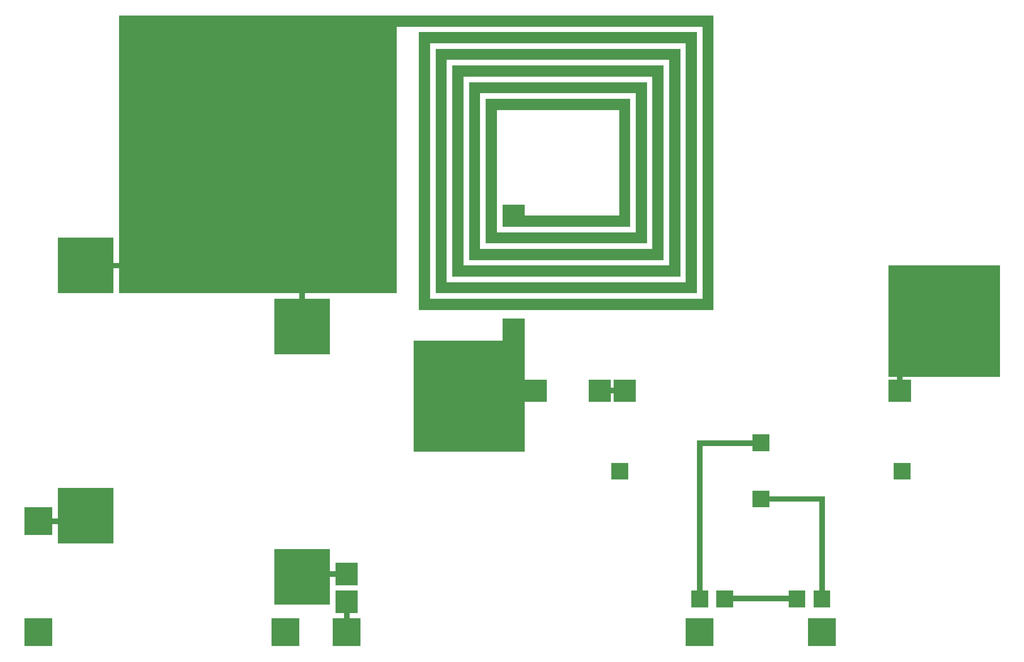
<source format=gbr>
%TF.GenerationSoftware,KiCad,Pcbnew,8.0.3*%
%TF.CreationDate,2024-11-17T17:48:10+01:00*%
%TF.ProjectId,Shaper,53686170-6572-42e6-9b69-6361645f7063,rev?*%
%TF.SameCoordinates,Original*%
%TF.FileFunction,Copper,L1,Top*%
%TF.FilePolarity,Positive*%
%FSLAX46Y46*%
G04 Gerber Fmt 4.6, Leading zero omitted, Abs format (unit mm)*
G04 Created by KiCad (PCBNEW 8.0.3) date 2024-11-17 17:48:10*
%MOMM*%
%LPD*%
G01*
G04 APERTURE LIST*
%TA.AperFunction,ComponentPad*%
%ADD10C,2.000000*%
%TD*%
%TA.AperFunction,ViaPad*%
%ADD11C,1.270000*%
%TD*%
G04 APERTURE END LIST*
%TA.AperFunction,NonConductor*%
G36*
X87401110Y-132703610D02*
G01*
X89401110Y-132703610D01*
X89401110Y-131703610D01*
X87401110Y-131703610D01*
X87401110Y-132703610D01*
G37*
%TD.AperFunction*%
%TA.AperFunction,NonConductor*%
G36*
X98901100Y-91203610D02*
G01*
X88901100Y-91203610D01*
X88901100Y-81203610D01*
X98901100Y-81203610D01*
X98901100Y-91203610D01*
G37*
%TD.AperFunction*%
%TA.AperFunction,NonConductor*%
G36*
X98901100Y-136203610D02*
G01*
X88901100Y-136203610D01*
X88901100Y-126203610D01*
X98901100Y-126203610D01*
X98901100Y-136203610D01*
G37*
%TD.AperFunction*%
%TA.AperFunction,NonConductor*%
G36*
X149401100Y-43203610D02*
G01*
X206901100Y-43203610D01*
X206901100Y-41203610D01*
X149401100Y-41203610D01*
X149401100Y-43203610D01*
G37*
%TD.AperFunction*%
%TA.AperFunction,NonConductor*%
G36*
X153901100Y-94203610D02*
G01*
X206901100Y-94203610D01*
X206901100Y-92203610D01*
X153901100Y-92203610D01*
X153901100Y-94203610D01*
G37*
%TD.AperFunction*%
%TA.AperFunction,NonConductor*%
G36*
X204901090Y-93703610D02*
G01*
X206901090Y-93703610D01*
X206901090Y-41203610D01*
X204901090Y-41203610D01*
X204901090Y-93703610D01*
G37*
%TD.AperFunction*%
%TA.AperFunction,NonConductor*%
G36*
X153901090Y-93703610D02*
G01*
X155901090Y-93703610D01*
X155901090Y-44203610D01*
X153901090Y-44203610D01*
X153901090Y-93703610D01*
G37*
%TD.AperFunction*%
%TA.AperFunction,NonConductor*%
G36*
X153901100Y-46203610D02*
G01*
X203901100Y-46203610D01*
X203901100Y-44203610D01*
X153901100Y-44203610D01*
X153901100Y-46203610D01*
G37*
%TD.AperFunction*%
%TA.AperFunction,NonConductor*%
G36*
X201901090Y-91203620D02*
G01*
X203901090Y-91203620D01*
X203901090Y-44203610D01*
X201901090Y-44203610D01*
X201901090Y-91203620D01*
G37*
%TD.AperFunction*%
%TA.AperFunction,NonConductor*%
G36*
X156901100Y-91203610D02*
G01*
X203901100Y-91203610D01*
X203901100Y-89203610D01*
X156901100Y-89203610D01*
X156901100Y-91203610D01*
G37*
%TD.AperFunction*%
%TA.AperFunction,NonConductor*%
G36*
X156901090Y-91203610D02*
G01*
X158901090Y-91203610D01*
X158901090Y-47203610D01*
X156901090Y-47203610D01*
X156901090Y-91203610D01*
G37*
%TD.AperFunction*%
%TA.AperFunction,NonConductor*%
G36*
X238401090Y-106203600D02*
G01*
X258401090Y-106203600D01*
X258401090Y-86203610D01*
X238401090Y-86203610D01*
X238401090Y-106203600D01*
G37*
%TD.AperFunction*%
%TA.AperFunction,NonConductor*%
G36*
X213901100Y-119603610D02*
G01*
X216901100Y-119603610D01*
X216901100Y-116603610D01*
X213901100Y-116603610D01*
X213901100Y-119603610D01*
G37*
%TD.AperFunction*%
%TA.AperFunction,NonConductor*%
G36*
X239301100Y-124703610D02*
G01*
X242301100Y-124703610D01*
X242301100Y-121703610D01*
X239301100Y-121703610D01*
X239301100Y-124703610D01*
G37*
%TD.AperFunction*%
%TA.AperFunction,NonConductor*%
G36*
X188501100Y-124703610D02*
G01*
X191501100Y-124703610D01*
X191501100Y-121703610D01*
X188501100Y-121703610D01*
X188501100Y-124703610D01*
G37*
%TD.AperFunction*%
%TA.AperFunction,NonConductor*%
G36*
X213901100Y-129703610D02*
G01*
X216901100Y-129703610D01*
X216901100Y-126703610D01*
X213901100Y-126703610D01*
X213901100Y-129703610D01*
G37*
%TD.AperFunction*%
%TA.AperFunction,NonConductor*%
G36*
X132401100Y-92703610D02*
G01*
X133401100Y-92703610D01*
X133401100Y-90703600D01*
X132401100Y-90703600D01*
X132401100Y-92703610D01*
G37*
%TD.AperFunction*%
%TA.AperFunction,NonConductor*%
G36*
X141401105Y-150203615D02*
G01*
X140401115Y-150203615D01*
X140401115Y-148203615D01*
X141401105Y-148203615D01*
X141401105Y-150203615D01*
G37*
%TD.AperFunction*%
%TA.AperFunction,NonConductor*%
G36*
X138401100Y-149703620D02*
G01*
X143401100Y-149703620D01*
X143401100Y-154703620D01*
X138401100Y-154703620D01*
X138401100Y-149703620D01*
G37*
%TD.AperFunction*%
%TA.AperFunction,NonConductor*%
G36*
X127401100Y-149703620D02*
G01*
X132401100Y-149703620D01*
X132401100Y-154703620D01*
X127401100Y-154703620D01*
X127401100Y-149703620D01*
G37*
%TD.AperFunction*%
%TA.AperFunction,NonConductor*%
G36*
X138901100Y-148703620D02*
G01*
X142901100Y-148703620D01*
X142901100Y-144703620D01*
X138901100Y-144703620D01*
X138901100Y-148703620D01*
G37*
%TD.AperFunction*%
%TA.AperFunction,NonConductor*%
G36*
X138901100Y-143703620D02*
G01*
X142901100Y-143703620D01*
X142901100Y-139703620D01*
X138901100Y-139703620D01*
X138901100Y-143703620D01*
G37*
%TD.AperFunction*%
%TA.AperFunction,NonConductor*%
G36*
X82901100Y-154703590D02*
G01*
X87901100Y-154703590D01*
X87901100Y-149703590D01*
X82901100Y-149703590D01*
X82901100Y-154703590D01*
G37*
%TD.AperFunction*%
%TA.AperFunction,NonConductor*%
G36*
X82901100Y-134703610D02*
G01*
X87901100Y-134703610D01*
X87901100Y-129703610D01*
X82901100Y-129703610D01*
X82901100Y-134703610D01*
G37*
%TD.AperFunction*%
%TA.AperFunction,NonConductor*%
G36*
X98401100Y-86703610D02*
G01*
X100401110Y-86703610D01*
X100401110Y-85703610D01*
X98401100Y-85703610D01*
X98401100Y-86703610D01*
G37*
%TD.AperFunction*%
%TA.AperFunction,NonConductor*%
G36*
X137901100Y-147203610D02*
G01*
X127901100Y-147203610D01*
X127901100Y-137203610D01*
X137901100Y-137203610D01*
X137901100Y-147203610D01*
G37*
%TD.AperFunction*%
%TA.AperFunction,NonConductor*%
G36*
X137901100Y-102203610D02*
G01*
X127901100Y-102203610D01*
X127901100Y-92203610D01*
X137901100Y-92203610D01*
X137901100Y-102203610D01*
G37*
%TD.AperFunction*%
%TA.AperFunction,NonConductor*%
G36*
X137401100Y-142203620D02*
G01*
X139401100Y-142203620D01*
X139401100Y-141203620D01*
X137401100Y-141203620D01*
X137401100Y-142203620D01*
G37*
%TD.AperFunction*%
%TA.AperFunction,NonConductor*%
G36*
X223901090Y-154703590D02*
G01*
X228901090Y-154703590D01*
X228901090Y-149703590D01*
X223901090Y-149703590D01*
X223901090Y-154703590D01*
G37*
%TD.AperFunction*%
%TA.AperFunction,NonConductor*%
G36*
X220901090Y-146603590D02*
G01*
X209901090Y-146603590D01*
X209901090Y-145603590D01*
X220901090Y-145603590D01*
X220901090Y-146603590D01*
G37*
%TD.AperFunction*%
%TA.AperFunction,NonConductor*%
G36*
X220401100Y-147703590D02*
G01*
X223401100Y-147703590D01*
X223401100Y-144703590D01*
X220401100Y-144703590D01*
X220401100Y-147703590D01*
G37*
%TD.AperFunction*%
%TA.AperFunction,NonConductor*%
G36*
X207401100Y-147703590D02*
G01*
X210401100Y-147703590D01*
X210401100Y-144703590D01*
X207401100Y-144703590D01*
X207401100Y-147703590D01*
G37*
%TD.AperFunction*%
%TA.AperFunction,NonConductor*%
G36*
X204901095Y-145203595D02*
G01*
X203901105Y-145203595D01*
X203901105Y-117703615D01*
X204901095Y-117703615D01*
X204901095Y-145203595D01*
G37*
%TD.AperFunction*%
%TA.AperFunction,NonConductor*%
G36*
X215401100Y-118703610D02*
G01*
X203901100Y-118703610D01*
X203901100Y-117703610D01*
X215401100Y-117703610D01*
X215401100Y-118703610D01*
G37*
%TD.AperFunction*%
%TA.AperFunction,NonConductor*%
G36*
X240901095Y-108703615D02*
G01*
X239901105Y-108703615D01*
X239901105Y-101203615D01*
X240901095Y-101203615D01*
X240901095Y-108703615D01*
G37*
%TD.AperFunction*%
%TA.AperFunction,NonConductor*%
G36*
X187901090Y-109203610D02*
G01*
X189401090Y-109203610D01*
X189401090Y-108203610D01*
X187901090Y-108203610D01*
X187901090Y-109203610D01*
G37*
%TD.AperFunction*%
%TA.AperFunction,NonConductor*%
G36*
X171901090Y-110703610D02*
G01*
X176901090Y-110703610D01*
X176901090Y-106703610D01*
X171901090Y-106703610D01*
X171901090Y-110703610D01*
G37*
%TD.AperFunction*%
%TA.AperFunction,NonConductor*%
G36*
X184401090Y-110703610D02*
G01*
X188401090Y-110703610D01*
X188401090Y-106703610D01*
X184401090Y-106703610D01*
X184401090Y-110703610D01*
G37*
%TD.AperFunction*%
%TA.AperFunction,NonConductor*%
G36*
X226901095Y-145203595D02*
G01*
X225901105Y-145203595D01*
X225901105Y-127703615D01*
X226901095Y-127703615D01*
X226901095Y-145203595D01*
G37*
%TD.AperFunction*%
%TA.AperFunction,NonConductor*%
G36*
X238401090Y-110703610D02*
G01*
X242401090Y-110703610D01*
X242401090Y-106703610D01*
X238401090Y-106703610D01*
X238401090Y-110703610D01*
G37*
%TD.AperFunction*%
%TA.AperFunction,NonConductor*%
G36*
X188901090Y-110703610D02*
G01*
X192901090Y-110703610D01*
X192901090Y-106703610D01*
X188901090Y-106703610D01*
X188901090Y-110703610D01*
G37*
%TD.AperFunction*%
%TA.AperFunction,NonConductor*%
G36*
X226901100Y-128703610D02*
G01*
X215401100Y-128703610D01*
X215401100Y-127703610D01*
X226901100Y-127703610D01*
X226901100Y-128703610D01*
G37*
%TD.AperFunction*%
%TA.AperFunction,NonConductor*%
G36*
X202901100Y-147703590D02*
G01*
X205901090Y-147703590D01*
X205901090Y-144703590D01*
X202901100Y-144703590D01*
X202901100Y-147703590D01*
G37*
%TD.AperFunction*%
%TA.AperFunction,NonConductor*%
G36*
X201901090Y-154703590D02*
G01*
X206901090Y-154703590D01*
X206901090Y-149703590D01*
X201901090Y-149703590D01*
X201901090Y-154703590D01*
G37*
%TD.AperFunction*%
%TA.AperFunction,NonConductor*%
G36*
X224901100Y-147703590D02*
G01*
X227901090Y-147703590D01*
X227901090Y-144703590D01*
X224901100Y-144703590D01*
X224901100Y-147703590D01*
G37*
%TD.AperFunction*%
%TA.AperFunction,NonConductor*%
G36*
X168901090Y-100703610D02*
G01*
X172901090Y-100703610D01*
X172901090Y-95703610D01*
X168901090Y-95703610D01*
X168901090Y-100703610D01*
G37*
%TD.AperFunction*%
%TA.AperFunction,NonConductor*%
G36*
X168901090Y-79203620D02*
G01*
X172901090Y-79203620D01*
X172901090Y-75203620D01*
X168901090Y-75203620D01*
X168901090Y-79203620D01*
G37*
%TD.AperFunction*%
%TA.AperFunction,NonConductor*%
G36*
X152901090Y-119703610D02*
G01*
X172901090Y-119703610D01*
X172901090Y-99703610D01*
X152901090Y-99703610D01*
X152901090Y-119703610D01*
G37*
%TD.AperFunction*%
%TA.AperFunction,NonConductor*%
G36*
X168901090Y-79203620D02*
G01*
X191901090Y-79203620D01*
X191901090Y-77203620D01*
X168901090Y-77203620D01*
X168901090Y-79203620D01*
G37*
%TD.AperFunction*%
%TA.AperFunction,NonConductor*%
G36*
X189901090Y-79203620D02*
G01*
X191901090Y-79203620D01*
X191901090Y-56203620D01*
X189901090Y-56203620D01*
X189901090Y-79203620D01*
G37*
%TD.AperFunction*%
%TA.AperFunction,NonConductor*%
G36*
X165901090Y-58203620D02*
G01*
X191901090Y-58203620D01*
X191901090Y-56203620D01*
X165901090Y-56203620D01*
X165901090Y-58203620D01*
G37*
%TD.AperFunction*%
%TA.AperFunction,NonConductor*%
G36*
X165901090Y-82203620D02*
G01*
X167901090Y-82203620D01*
X167901090Y-56203620D01*
X165901090Y-56203620D01*
X165901090Y-82203620D01*
G37*
%TD.AperFunction*%
%TA.AperFunction,NonConductor*%
G36*
X165901090Y-82203620D02*
G01*
X194901090Y-82203620D01*
X194901090Y-80203620D01*
X165901090Y-80203620D01*
X165901090Y-82203620D01*
G37*
%TD.AperFunction*%
%TA.AperFunction,NonConductor*%
G36*
X192901090Y-82203620D02*
G01*
X194901090Y-82203620D01*
X194901090Y-53203620D01*
X192901090Y-53203620D01*
X192901090Y-82203620D01*
G37*
%TD.AperFunction*%
%TA.AperFunction,NonConductor*%
G36*
X162901090Y-55203620D02*
G01*
X194901090Y-55203620D01*
X194901090Y-53203620D01*
X162901090Y-53203620D01*
X162901090Y-55203620D01*
G37*
%TD.AperFunction*%
%TA.AperFunction,NonConductor*%
G36*
X162901090Y-85203620D02*
G01*
X164901090Y-85203620D01*
X164901090Y-53203620D01*
X162901090Y-53203620D01*
X162901090Y-85203620D01*
G37*
%TD.AperFunction*%
%TA.AperFunction,NonConductor*%
G36*
X162901090Y-85203620D02*
G01*
X197901090Y-85203620D01*
X197901090Y-83203620D01*
X162901090Y-83203620D01*
X162901090Y-85203620D01*
G37*
%TD.AperFunction*%
%TA.AperFunction,NonConductor*%
G36*
X195901090Y-85203620D02*
G01*
X197901090Y-85203620D01*
X197901090Y-50203620D01*
X195901090Y-50203620D01*
X195901090Y-85203620D01*
G37*
%TD.AperFunction*%
%TA.AperFunction,NonConductor*%
G36*
X159901090Y-52203620D02*
G01*
X197901090Y-52203620D01*
X197901090Y-50203620D01*
X159901090Y-50203620D01*
X159901090Y-52203620D01*
G37*
%TD.AperFunction*%
%TA.AperFunction,NonConductor*%
G36*
X159901090Y-88203620D02*
G01*
X161901090Y-88203620D01*
X161901090Y-50203620D01*
X159901090Y-50203620D01*
X159901090Y-88203620D01*
G37*
%TD.AperFunction*%
%TA.AperFunction,NonConductor*%
G36*
X159901090Y-88203620D02*
G01*
X200901090Y-88203620D01*
X200901090Y-86203620D01*
X159901090Y-86203620D01*
X159901090Y-88203620D01*
G37*
%TD.AperFunction*%
%TA.AperFunction,NonConductor*%
G36*
X198901090Y-88203620D02*
G01*
X200901090Y-88203620D01*
X200901090Y-47203610D01*
X198901090Y-47203610D01*
X198901090Y-88203620D01*
G37*
%TD.AperFunction*%
%TA.AperFunction,NonConductor*%
G36*
X156901090Y-49203620D02*
G01*
X200901090Y-49203620D01*
X200901090Y-47203620D01*
X156901090Y-47203620D01*
X156901090Y-49203620D01*
G37*
%TD.AperFunction*%
%TA.AperFunction,NonConductor*%
G36*
X99901100Y-91203610D02*
G01*
X149901100Y-91203610D01*
X149901100Y-41203610D01*
X99901100Y-41203610D01*
X99901100Y-91203610D01*
G37*
%TD.AperFunction*%
D10*
%TO.P,,1*%
%TO.N,N/C*%
X256801090Y-104703610D03*
%TD*%
%TO.P,,1*%
%TO.N,N/C*%
X239801090Y-104703610D03*
%TD*%
%TO.P,,1*%
%TO.N,N/C*%
X256801100Y-87703610D03*
%TD*%
%TO.P,,1*%
%TO.N,N/C*%
X239801100Y-87703610D03*
%TD*%
%TO.P,,1*%
%TO.N,N/C*%
X215401090Y-118103610D03*
%TD*%
%TO.P,,1*%
%TO.N,N/C*%
X215401090Y-128303610D03*
%TD*%
%TO.P,,1*%
%TO.N,N/C*%
X240801090Y-123203610D03*
%TD*%
%TO.P,,1*%
%TO.N,N/C*%
X190001090Y-123203610D03*
%TD*%
D11*
%TO.N,*%
X129901100Y-152203620D03*
X85401100Y-152203590D03*
%TD*%
M02*

</source>
